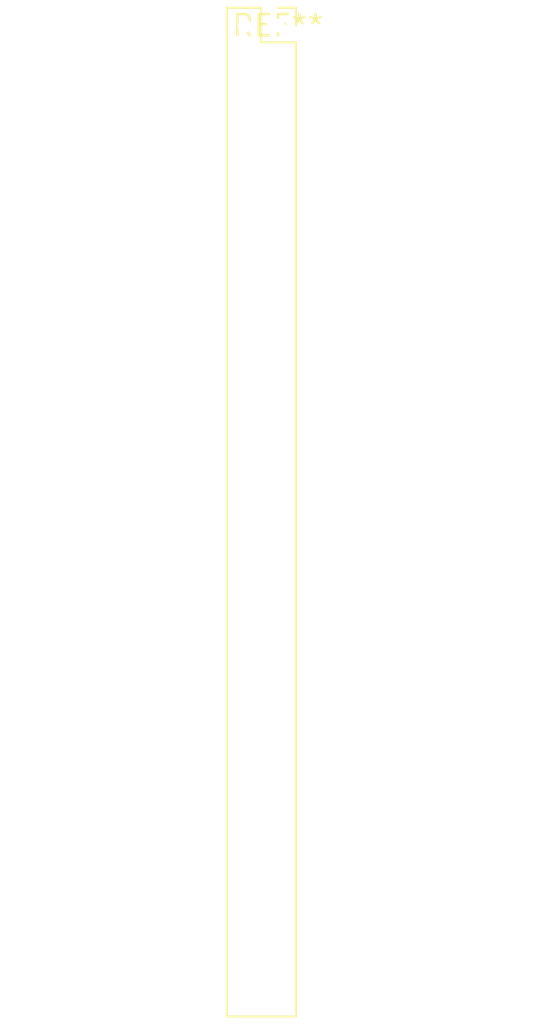
<source format=kicad_pcb>
(kicad_pcb (version 20240108) (generator pcbnew)
  (layers (0 "F.Cu" signal) (31 "B.Cu" signal) (34 "B.Paste" user) (35 "F.Paste" user) (36 "B.SilkS" user "B.Silkscreen") (37 "F.SilkS" user "F.Silkscreen") (38 "B.Mask" user) (39 "F.Mask" user) (44 "Edge.Cuts" user))
  (net 0 "")
  (footprint "PinSocket_2x30_P2.00mm_Vertical" (layer "F.Cu") (at 0 0)
    (property "Reference" "REF**")
    (property "Value" "PinSocket_2x30_P2.00mm_Vertical")
    (fp_line (start -3.06 -1.06) (end -3.06 59.06) (layer "F.SilkS") (stroke (width 0.12)))
    (fp_line (start -3.06 -1.06) (end -1 -1.06) (layer "F.SilkS") (stroke (width 0.12)))
    (fp_line (start -3.06 59.06) (end 1.06 59.06) (layer "F.SilkS") (stroke (width 0.12)))
    (fp_line (start -1 -1.06) (end -1 1) (layer "F.SilkS") (stroke (width 0.12)))
    (fp_line (start -1 1) (end 1.06 1) (layer "F.SilkS") (stroke (width 0.12)))
    (fp_line (start 0 -1.06) (end 1.06 -1.06) (layer "F.SilkS") (stroke (width 0.12)))
    (fp_line (start 1.06 -1.06) (end 1.06 0) (layer "F.SilkS") (stroke (width 0.12)))
    (fp_line (start 1.06 1) (end 1.06 59.06) (layer "F.SilkS") (stroke (width 0.12)))
    (pad "1" thru_hole rect (at 0 0) (size 1.35 1.35) (drill 0.8) (layers *.Cu *.Mask) (remove_unused_layers))
    (pad "2" thru_hole oval (at -2 0) (size 1.35 1.35) (drill 0.8) (layers *.Cu *.Mask) (remove_unused_layers))
    (pad "3" thru_hole oval (at 0 2) (size 1.35 1.35) (drill 0.8) (layers *.Cu *.Mask) (remove_unused_layers))
    (pad "4" thru_hole oval (at -2 2) (size 1.35 1.35) (drill 0.8) (layers *.Cu *.Mask) (remove_unused_layers))
    (pad "5" thru_hole oval (at 0 4) (size 1.35 1.35) (drill 0.8) (layers *.Cu *.Mask) (remove_unused_layers))
    (pad "6" thru_hole oval (at -2 4) (size 1.35 1.35) (drill 0.8) (layers *.Cu *.Mask) (remove_unused_layers))
    (pad "7" thru_hole oval (at 0 6) (size 1.35 1.35) (drill 0.8) (layers *.Cu *.Mask) (remove_unused_layers))
    (pad "8" thru_hole oval (at -2 6) (size 1.35 1.35) (drill 0.8) (layers *.Cu *.Mask) (remove_unused_layers))
    (pad "9" thru_hole oval (at 0 8) (size 1.35 1.35) (drill 0.8) (layers *.Cu *.Mask) (remove_unused_layers))
    (pad "10" thru_hole oval (at -2 8) (size 1.35 1.35) (drill 0.8) (layers *.Cu *.Mask) (remove_unused_layers))
    (pad "11" thru_hole oval (at 0 10) (size 1.35 1.35) (drill 0.8) (layers *.Cu *.Mask) (remove_unused_layers))
    (pad "12" thru_hole oval (at -2 10) (size 1.35 1.35) (drill 0.8) (layers *.Cu *.Mask) (remove_unused_layers))
    (pad "13" thru_hole oval (at 0 12) (size 1.35 1.35) (drill 0.8) (layers *.Cu *.Mask) (remove_unused_layers))
    (pad "14" thru_hole oval (at -2 12) (size 1.35 1.35) (drill 0.8) (layers *.Cu *.Mask) (remove_unused_layers))
    (pad "15" thru_hole oval (at 0 14) (size 1.35 1.35) (drill 0.8) (layers *.Cu *.Mask) (remove_unused_layers))
    (pad "16" thru_hole oval (at -2 14) (size 1.35 1.35) (drill 0.8) (layers *.Cu *.Mask) (remove_unused_layers))
    (pad "17" thru_hole oval (at 0 16) (size 1.35 1.35) (drill 0.8) (layers *.Cu *.Mask) (remove_unused_layers))
    (pad "18" thru_hole oval (at -2 16) (size 1.35 1.35) (drill 0.8) (layers *.Cu *.Mask) (remove_unused_layers))
    (pad "19" thru_hole oval (at 0 18) (size 1.35 1.35) (drill 0.8) (layers *.Cu *.Mask) (remove_unused_layers))
    (pad "20" thru_hole oval (at -2 18) (size 1.35 1.35) (drill 0.8) (layers *.Cu *.Mask) (remove_unused_layers))
    (pad "21" thru_hole oval (at 0 20) (size 1.35 1.35) (drill 0.8) (layers *.Cu *.Mask) (remove_unused_layers))
    (pad "22" thru_hole oval (at -2 20) (size 1.35 1.35) (drill 0.8) (layers *.Cu *.Mask) (remove_unused_layers))
    (pad "23" thru_hole oval (at 0 22) (size 1.35 1.35) (drill 0.8) (layers *.Cu *.Mask) (remove_unused_layers))
    (pad "24" thru_hole oval (at -2 22) (size 1.35 1.35) (drill 0.8) (layers *.Cu *.Mask) (remove_unused_layers))
    (pad "25" thru_hole oval (at 0 24) (size 1.35 1.35) (drill 0.8) (layers *.Cu *.Mask) (remove_unused_layers))
    (pad "26" thru_hole oval (at -2 24) (size 1.35 1.35) (drill 0.8) (layers *.Cu *.Mask) (remove_unused_layers))
    (pad "27" thru_hole oval (at 0 26) (size 1.35 1.35) (drill 0.8) (layers *.Cu *.Mask) (remove_unused_layers))
    (pad "28" thru_hole oval (at -2 26) (size 1.35 1.35) (drill 0.8) (layers *.Cu *.Mask) (remove_unused_layers))
    (pad "29" thru_hole oval (at 0 28) (size 1.35 1.35) (drill 0.8) (layers *.Cu *.Mask) (remove_unused_layers))
    (pad "30" thru_hole oval (at -2 28) (size 1.35 1.35) (drill 0.8) (layers *.Cu *.Mask) (remove_unused_layers))
    (pad "31" thru_hole oval (at 0 30) (size 1.35 1.35) (drill 0.8) (layers *.Cu *.Mask) (remove_unused_layers))
    (pad "32" thru_hole oval (at -2 30) (size 1.35 1.35) (drill 0.8) (layers *.Cu *.Mask) (remove_unused_layers))
    (pad "33" thru_hole oval (at 0 32) (size 1.35 1.35) (drill 0.8) (layers *.Cu *.Mask) (remove_unused_layers))
    (pad "34" thru_hole oval (at -2 32) (size 1.35 1.35) (drill 0.8) (layers *.Cu *.Mask) (remove_unused_layers))
    (pad "35" thru_hole oval (at 0 34) (size 1.35 1.35) (drill 0.8) (layers *.Cu *.Mask) (remove_unused_layers))
    (pad "36" thru_hole oval (at -2 34) (size 1.35 1.35) (drill 0.8) (layers *.Cu *.Mask) (remove_unused_layers))
    (pad "37" thru_hole oval (at 0 36) (size 1.35 1.35) (drill 0.8) (layers *.Cu *.Mask) (remove_unused_layers))
    (pad "38" thru_hole oval (at -2 36) (size 1.35 1.35) (drill 0.8) (layers *.Cu *.Mask) (remove_unused_layers))
    (pad "39" thru_hole oval (at 0 38) (size 1.35 1.35) (drill 0.8) (layers *.Cu *.Mask) (remove_unused_layers))
    (pad "40" thru_hole oval (at -2 38) (size 1.35 1.35) (drill 0.8) (layers *.Cu *.Mask) (remove_unused_layers))
    (pad "41" thru_hole oval (at 0 40) (size 1.35 1.35) (drill 0.8) (layers *.Cu *.Mask) (remove_unused_layers))
    (pad "42" thru_hole oval (at -2 40) (size 1.35 1.35) (drill 0.8) (layers *.Cu *.Mask) (remove_unused_layers))
    (pad "43" thru_hole oval (at 0 42) (size 1.35 1.35) (drill 0.8) (layers *.Cu *.Mask) (remove_unused_layers))
    (pad "44" thru_hole oval (at -2 42) (size 1.35 1.35) (drill 0.8) (layers *.Cu *.Mask) (remove_unused_layers))
    (pad "45" thru_hole oval (at 0 44) (size 1.35 1.35) (drill 0.8) (layers *.Cu *.Mask) (remove_unused_layers))
    (pad "46" thru_hole oval (at -2 44) (size 1.35 1.35) (drill 0.8) (layers *.Cu *.Mask) (remove_unused_layers))
    (pad "47" thru_hole oval (at 0 46) (size 1.35 1.35) (drill 0.8) (layers *.Cu *.Mask) (remove_unused_layers))
    (pad "48" thru_hole oval (at -2 46) (size 1.35 1.35) (drill 0.8) (layers *.Cu *.Mask) (remove_unused_layers))
    (pad "49" thru_hole oval (at 0 48) (size 1.35 1.35) (drill 0.8) (layers *.Cu *.Mask) (remove_unused_layers))
    (pad "50" thru_hole oval (at -2 48) (size 1.35 1.35) (drill 0.8) (layers *.Cu *.Mask) (remove_unused_layers))
    (pad "51" thru_hole oval (at 0 50) (size 1.35 1.35) (drill 0.8) (layers *.Cu *.Mask) (remove_unused_layers))
    (pad "52" thru_hole oval (at -2 50) (size 1.35 1.35) (drill 0.8) (layers *.Cu *.Mask) (remove_unused_layers))
    (pad "53" thru_hole oval (at 0 52) (size 1.35 1.35) (drill 0.8) (layers *.Cu *.Mask) (remove_unused_layers))
    (pad "54" thru_hole oval (at -2 52) (size 1.35 1.35) (drill 0.8) (layers *.Cu *.Mask) (remove_unused_layers))
    (pad "55" thru_hole oval (at 0 54) (size 1.35 1.35) (drill 0.8) (layers *.Cu *.Mask) (remove_unused_layers))
    (pad "56" thru_hole oval (at -2 54) (size 1.35 1.35) (drill 0.8) (layers *.Cu *.Mask) (remove_unused_layers))
    (pad "57" thru_hole oval (at 0 56) (size 1.35 1.35) (drill 0.8) (layers *.Cu *.Mask) (remove_unused_layers))
    (pad "58" thru_hole oval (at -2 56) (size 1.35 1.35) (drill 0.8) (layers *.Cu *.Mask) (remove_unused_layers))
    (pad "59" thru_hole oval (at 0 58) (size 1.35 1.35) (drill 0.8) (layers *.Cu *.Mask) (remove_unused_layers))
    (pad "60" thru_hole oval (at -2 58) (size 1.35 1.35) (drill 0.8) (layers *.Cu *.Mask) (remove_unused_layers))
  )
)
</source>
